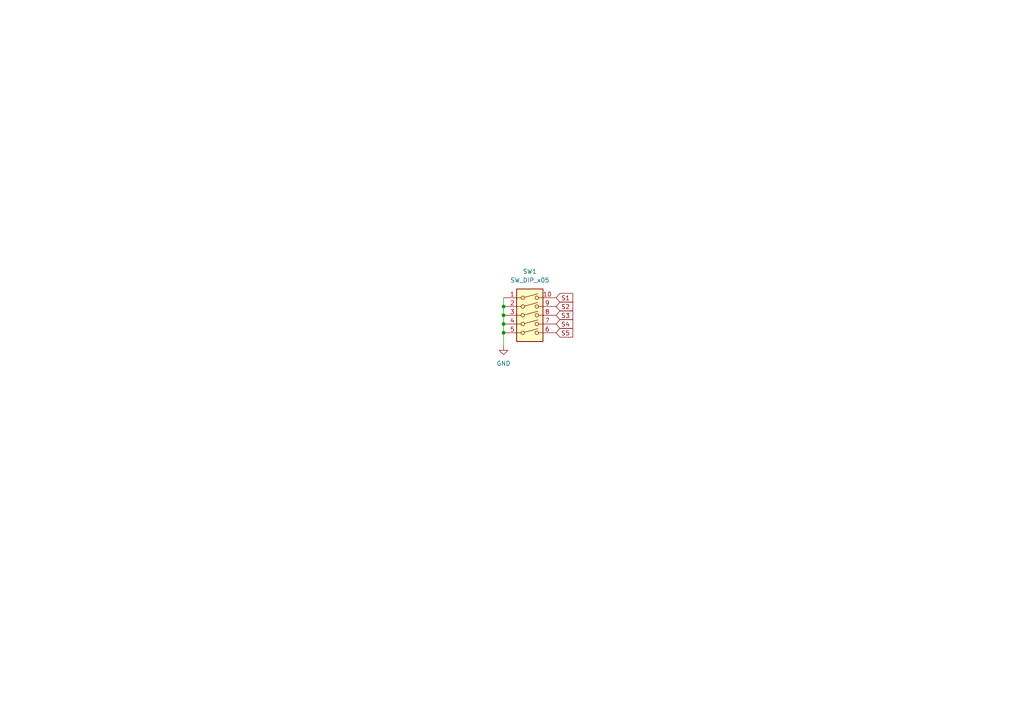
<source format=kicad_sch>
(kicad_sch (version 20231120) (generator "eeschema") (generator_version "8.0")
  (paper "A4")
  (lib_symbols
    (symbol "Switch:SW_DIP_x05" (pin_names (offset 0) hide)
      (property "Reference" "SW" (at 0 8.89 0))
      (property "Value" "SW_DIP_x05" (at 0 -8.89 0))
      (symbol "SW_DIP_x05_0_0"
        (circle (center -2.032 -5.08) (radius 0.508))
        (circle (center -2.032 -2.54) (radius 0.508))
        (circle (center -2.032 0) (radius 0.508))
        (circle (center -2.032 2.54) (radius 0.508))
        (circle (center -2.032 5.08) (radius 0.508))
        (polyline (pts (xy -1.524 -4.9276) (xy 2.3622 -3.8862)))
        (polyline (pts (xy -1.524 -2.3876) (xy 2.3622 -1.3462)))
        (polyline (pts (xy -1.524 0.127) (xy 2.3622 1.1684)))
        (polyline (pts (xy -1.524 2.667) (xy 2.3622 3.7084)))
        (polyline (pts (xy -1.524 5.207) (xy 2.3622 6.2484)))
        (circle (center 2.032 -5.08) (radius 0.508))
        (circle (center 2.032 -2.54) (radius 0.508))
        (circle (center 2.032 0) (radius 0.508))
        (circle (center 2.032 2.54) (radius 0.508))
        (circle (center 2.032 5.08) (radius 0.508))
      )
      (symbol "SW_DIP_x05_0_1"
        (rectangle (start -3.81 7.62) (end 3.81 -7.62) (stroke (width 0.254)) (fill (type background)))
      )
      (symbol "SW_DIP_x05_1_1"
        (pin passive line (at -7.62 5.08 0) (length 5.08) (name "~") (number "1"))
        (pin passive line (at 7.62 5.08 180) (length 5.08) (name "~") (number "10"))
        (pin passive line (at -7.62 2.54 0) (length 5.08) (name "~") (number "2"))
        (pin passive line (at -7.62 0 0) (length 5.08) (name "~") (number "3"))
        (pin passive line (at -7.62 -2.54 0) (length 5.08) (name "~") (number "4"))
        (pin passive line (at -7.62 -5.08 0) (length 5.08) (name "~") (number "5"))
        (pin passive line (at 7.62 -5.08 180) (length 5.08) (name "~") (number "6"))
        (pin passive line (at 7.62 -2.54 180) (length 5.08) (name "~") (number "7"))
        (pin passive line (at 7.62 0 180) (length 5.08) (name "~") (number "8"))
        (pin passive line (at 7.62 2.54 180) (length 5.08) (name "~") (number "9"))
      )
    )
    (symbol "power:GND" (power) (pin_names (offset 0))
      (property "Value" "GND" (at 0 -3.81 0))
      (symbol "GND_0_1"
        (polyline (pts (xy 0 0) (xy 0 -1.27) (xy 1.27 -1.27) (xy 0 -2.54) (xy -1.27 -1.27) (xy 0 -1.27)))
      )
      (symbol "GND_1_1"
        (pin power_in line (at 0 0 270) (length 0) hide (name "GND") (number "1"))
      )
    )
  )
  (junction (at 146.05 88.9))
  (junction (at 146.05 96.52))
  (junction (at 146.05 93.98))
  (junction (at 146.05 91.44))
  (wire (pts (xy 146.05 93.98) (xy 146.05 96.52)))
  (wire (pts (xy 146.05 86.36) (xy 146.05 88.9)))
  (wire (pts (xy 146.05 88.9) (xy 146.05 91.44)))
  (wire (pts (xy 146.05 91.44) (xy 146.05 93.98)))
  (wire (pts (xy 146.05 100.33) (xy 146.05 96.52)))
  (global_label "S1" (shape input) (at 161.29 86.36 0) (property "Intersheetrefs" "${INTERSHEET_REFS}" (effects (hide yes))))
  (global_label "S2" (shape input) (at 161.29 88.9 0) (property "Intersheetrefs" "${INTERSHEET_REFS}" (effects (hide yes))))
  (global_label "S5" (shape input) (at 161.29 96.52 0) (property "Intersheetrefs" "${INTERSHEET_REFS}" (effects (hide yes))))
  (global_label "S4" (shape input) (at 161.29 93.98 0) (property "Intersheetrefs" "${INTERSHEET_REFS}" (effects (hide yes))))
  (global_label "S3" (shape input) (at 161.29 91.44 0) (property "Intersheetrefs" "${INTERSHEET_REFS}" (effects (hide yes))))
  (symbol (lib_id "Switch:SW_DIP_x05") (at 153.67 91.44 0) (unit 1)
    (property "Reference" "SW1" (at 153.67 78.74 0))
    (property "Value" "SW_DIP_x05" (at 153.67 81.28 0))
    (property "Footprint" "eec:TE_Connectivity-3-5435640-6-MFG" (effects (hide yes)))
    (property "Description" "5x DIP Switch, Single Pole Single Throw (SPST) switch, small symbol" (effects (hide yes)))
  )
  (symbol (lib_id "power:GND") (at 146.05 100.33 0) (unit 1)
    (property "Reference" "#PWR01" (effects (hide yes)))
    (property "Value" "GND" (at 146.05 105.41 0))
    (property "Description" "Power symbol creates a global label with name \"GND\" , ground" (effects (hide yes)))
  )
)
</source>
